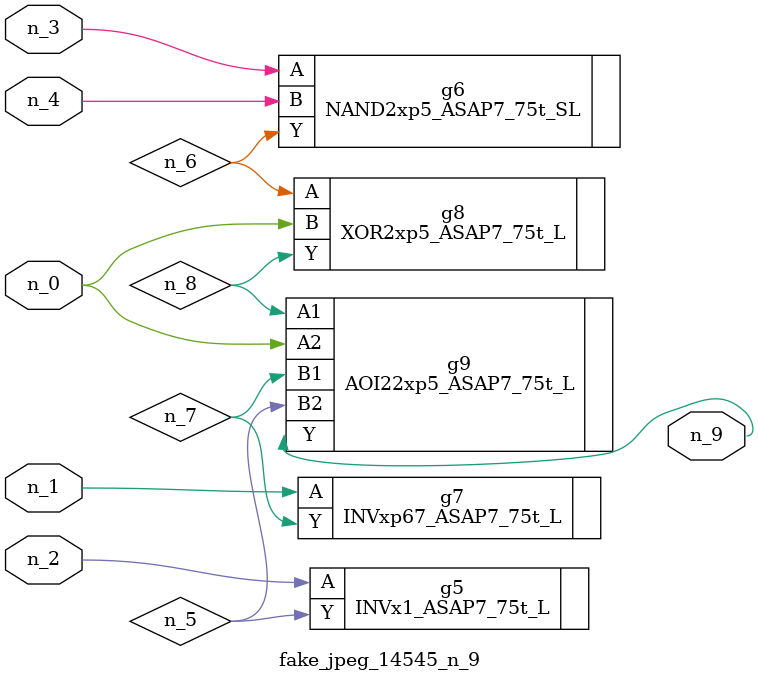
<source format=v>
module fake_jpeg_14545_n_9 (n_3, n_2, n_1, n_0, n_4, n_9);

input n_3;
input n_2;
input n_1;
input n_0;
input n_4;

output n_9;

wire n_8;
wire n_6;
wire n_5;
wire n_7;

INVx1_ASAP7_75t_L g5 ( 
.A(n_2),
.Y(n_5)
);

NAND2xp5_ASAP7_75t_SL g6 ( 
.A(n_3),
.B(n_4),
.Y(n_6)
);

INVxp67_ASAP7_75t_L g7 ( 
.A(n_1),
.Y(n_7)
);

XOR2xp5_ASAP7_75t_L g8 ( 
.A(n_6),
.B(n_0),
.Y(n_8)
);

AOI22xp5_ASAP7_75t_L g9 ( 
.A1(n_8),
.A2(n_0),
.B1(n_7),
.B2(n_5),
.Y(n_9)
);


endmodule
</source>
